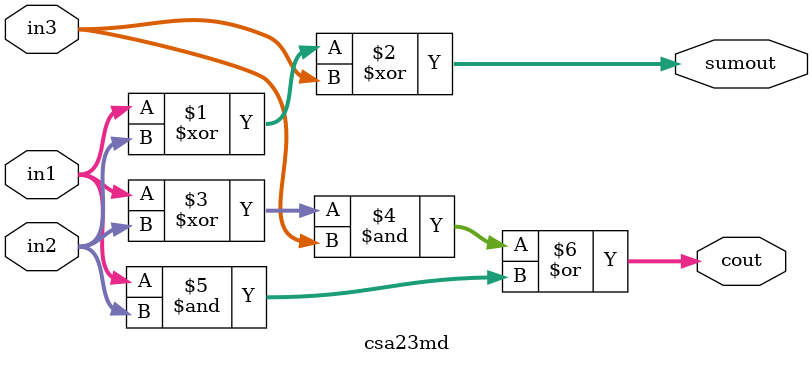
<source format=v>
module csa23md(cout,sumout,in1,in2,in3);
input[22:0]in1,in2,in3;
output[22:0]cout,sumout;
assign sumout=(in1^in2)^in3;
assign cout=((in1^in2)&in3)|(in1&in2);
endmodule

</source>
